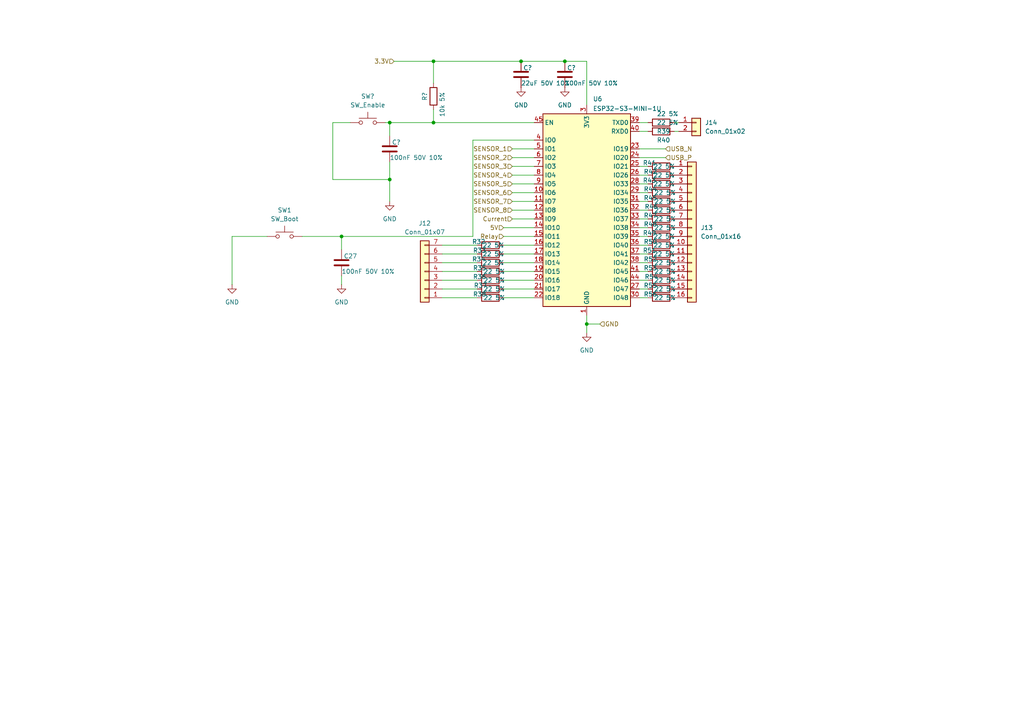
<source format=kicad_sch>
(kicad_sch (version 20231120) (generator "eeschema") (generator_version "8.0")
  (paper "A4")
  (title_block (title "Plant_watering_station") (comment 1 "Author: Jakub Szczudło"))
  (lib_symbols
    (symbol "Connector_Generic:Conn_01x02" (pin_names (offset 1.016) hide)
      (property "Reference" "J" (at 0 2.54 0))
      (property "Value" "Conn_01x02" (at 0 -5.08 0))
      (symbol "Conn_01x02_1_1"
        (rectangle (start -1.27 -2.413) (end 0 -2.667) (stroke (width 0.1524)))
        (rectangle (start -1.27 0.127) (end 0 -0.127) (stroke (width 0.1524)))
        (rectangle (start -1.27 1.27) (end 1.27 -3.81) (stroke (width 0.254)) (fill (type background)))
        (pin passive line (at -5.08 0 0) (length 3.81) (name "Pin_1") (number "1"))
        (pin passive line (at -5.08 -2.54 0) (length 3.81) (name "Pin_2") (number "2"))
      )
    )
    (symbol "Connector_Generic:Conn_01x07" (pin_names (offset 1.016) hide)
      (property "Reference" "J" (at 0 10.16 0))
      (property "Value" "Conn_01x07" (at 0 -10.16 0))
      (symbol "Conn_01x07_1_1"
        (rectangle (start -1.27 -7.493) (end 0 -7.747) (stroke (width 0.1524)))
        (rectangle (start -1.27 -4.953) (end 0 -5.207) (stroke (width 0.1524)))
        (rectangle (start -1.27 -2.413) (end 0 -2.667) (stroke (width 0.1524)))
        (rectangle (start -1.27 0.127) (end 0 -0.127) (stroke (width 0.1524)))
        (rectangle (start -1.27 2.667) (end 0 2.413) (stroke (width 0.1524)))
        (rectangle (start -1.27 5.207) (end 0 4.953) (stroke (width 0.1524)))
        (rectangle (start -1.27 7.747) (end 0 7.493) (stroke (width 0.1524)))
        (rectangle (start -1.27 8.89) (end 1.27 -8.89) (stroke (width 0.254)) (fill (type background)))
        (pin passive line (at -5.08 7.62 0) (length 3.81) (name "Pin_1") (number "1"))
        (pin passive line (at -5.08 5.08 0) (length 3.81) (name "Pin_2") (number "2"))
        (pin passive line (at -5.08 2.54 0) (length 3.81) (name "Pin_3") (number "3"))
        (pin passive line (at -5.08 0 0) (length 3.81) (name "Pin_4") (number "4"))
        (pin passive line (at -5.08 -2.54 0) (length 3.81) (name "Pin_5") (number "5"))
        (pin passive line (at -5.08 -5.08 0) (length 3.81) (name "Pin_6") (number "6"))
        (pin passive line (at -5.08 -7.62 0) (length 3.81) (name "Pin_7") (number "7"))
      )
    )
    (symbol "Connector_Generic:Conn_01x16" (pin_names (offset 1.016) hide)
      (property "Reference" "J" (at 0 20.32 0))
      (property "Value" "Conn_01x16" (at 0 -22.86 0))
      (symbol "Conn_01x16_1_1"
        (rectangle (start -1.27 -20.193) (end 0 -20.447) (stroke (width 0.1524)))
        (rectangle (start -1.27 -17.653) (end 0 -17.907) (stroke (width 0.1524)))
        (rectangle (start -1.27 -15.113) (end 0 -15.367) (stroke (width 0.1524)))
        (rectangle (start -1.27 -12.573) (end 0 -12.827) (stroke (width 0.1524)))
        (rectangle (start -1.27 -10.033) (end 0 -10.287) (stroke (width 0.1524)))
        (rectangle (start -1.27 -7.493) (end 0 -7.747) (stroke (width 0.1524)))
        (rectangle (start -1.27 -4.953) (end 0 -5.207) (stroke (width 0.1524)))
        (rectangle (start -1.27 -2.413) (end 0 -2.667) (stroke (width 0.1524)))
        (rectangle (start -1.27 0.127) (end 0 -0.127) (stroke (width 0.1524)))
        (rectangle (start -1.27 2.667) (end 0 2.413) (stroke (width 0.1524)))
        (rectangle (start -1.27 5.207) (end 0 4.953) (stroke (width 0.1524)))
        (rectangle (start -1.27 7.747) (end 0 7.493) (stroke (width 0.1524)))
        (rectangle (start -1.27 10.287) (end 0 10.033) (stroke (width 0.1524)))
        (rectangle (start -1.27 12.827) (end 0 12.573) (stroke (width 0.1524)))
        (rectangle (start -1.27 15.367) (end 0 15.113) (stroke (width 0.1524)))
        (rectangle (start -1.27 17.907) (end 0 17.653) (stroke (width 0.1524)))
        (rectangle (start -1.27 19.05) (end 1.27 -21.59) (stroke (width 0.254)) (fill (type background)))
        (pin passive line (at -5.08 17.78 0) (length 3.81) (name "Pin_1") (number "1"))
        (pin passive line (at -5.08 -5.08 0) (length 3.81) (name "Pin_10") (number "10"))
        (pin passive line (at -5.08 -7.62 0) (length 3.81) (name "Pin_11") (number "11"))
        (pin passive line (at -5.08 -10.16 0) (length 3.81) (name "Pin_12") (number "12"))
        (pin passive line (at -5.08 -12.7 0) (length 3.81) (name "Pin_13") (number "13"))
        (pin passive line (at -5.08 -15.24 0) (length 3.81) (name "Pin_14") (number "14"))
        (pin passive line (at -5.08 -17.78 0) (length 3.81) (name "Pin_15") (number "15"))
        (pin passive line (at -5.08 -20.32 0) (length 3.81) (name "Pin_16") (number "16"))
        (pin passive line (at -5.08 15.24 0) (length 3.81) (name "Pin_2") (number "2"))
        (pin passive line (at -5.08 12.7 0) (length 3.81) (name "Pin_3") (number "3"))
        (pin passive line (at -5.08 10.16 0) (length 3.81) (name "Pin_4") (number "4"))
        (pin passive line (at -5.08 7.62 0) (length 3.81) (name "Pin_5") (number "5"))
        (pin passive line (at -5.08 5.08 0) (length 3.81) (name "Pin_6") (number "6"))
        (pin passive line (at -5.08 2.54 0) (length 3.81) (name "Pin_7") (number "7"))
        (pin passive line (at -5.08 0 0) (length 3.81) (name "Pin_8") (number "8"))
        (pin passive line (at -5.08 -2.54 0) (length 3.81) (name "Pin_9") (number "9"))
      )
    )
    (symbol "Device:C" (pin_numbers hide) (pin_names (offset 0.254))
      (property "Reference" "C" (at 0.635 2.54 0))
      (property "Value" "C" (at 0.635 -2.54 0))
      (symbol "C_0_1"
        (polyline (pts (xy -2.032 -0.762) (xy 2.032 -0.762)) (stroke (width 0.508)))
        (polyline (pts (xy -2.032 0.762) (xy 2.032 0.762)) (stroke (width 0.508)))
      )
      (symbol "C_1_1"
        (pin passive line (at 0 3.81 270) (length 2.794) (name "~") (number "1"))
        (pin passive line (at 0 -3.81 90) (length 2.794) (name "~") (number "2"))
      )
    )
    (symbol "Device:R" (pin_numbers hide) (pin_names (offset 0))
      (property "Reference" "R" (at 2.032 0 90))
      (property "Value" "R" (at 0 0 90))
      (symbol "R_0_1"
        (rectangle (start -1.016 -2.54) (end 1.016 2.54) (stroke (width 0.254)))
      )
      (symbol "R_1_1"
        (pin passive line (at 0 3.81 270) (length 1.27) (name "~") (number "1"))
        (pin passive line (at 0 -3.81 90) (length 1.27) (name "~") (number "2"))
      )
    )
    (symbol "RF_Module:ESP32-S3-MINI-1U"
      (property "Reference" "U" (at -11.43 29.21 0))
      (property "Value" "ESP32-S3-MINI-1U" (at 12.7 29.21 0))
      (symbol "ESP32-S3-MINI-1U_0_1"
        (rectangle (start -12.7 27.94) (end 12.7 -27.94) (stroke (width 0.254)) (fill (type background)))
      )
      (symbol "ESP32-S3-MINI-1U_1_1"
        (pin power_in line (at 0 -30.48 90) (length 2.54) (name "GND") (number "1"))
        (pin bidirectional line (at -15.24 5.08 0) (length 2.54) (name "IO6") (number "10"))
        (pin bidirectional line (at -15.24 2.54 0) (length 2.54) (name "IO7") (number "11"))
        (pin bidirectional line (at -15.24 0 0) (length 2.54) (name "IO8") (number "12"))
        (pin bidirectional line (at -15.24 -2.54 0) (length 2.54) (name "IO9") (number "13"))
        (pin bidirectional line (at -15.24 -5.08 0) (length 2.54) (name "IO10") (number "14"))
        (pin bidirectional line (at -15.24 -7.62 0) (length 2.54) (name "IO11") (number "15"))
        (pin bidirectional line (at -15.24 -10.16 0) (length 2.54) (name "IO12") (number "16"))
        (pin bidirectional line (at -15.24 -12.7 0) (length 2.54) (name "IO13") (number "17"))
        (pin bidirectional line (at -15.24 -15.24 0) (length 2.54) (name "IO14") (number "18"))
        (pin bidirectional line (at -15.24 -17.78 0) (length 2.54) (name "IO15") (number "19"))
        (pin passive line (at 0 -30.48 90) (length 2.54) hide (name "GND") (number "2"))
        (pin bidirectional line (at -15.24 -20.32 0) (length 2.54) (name "IO16") (number "20"))
        (pin bidirectional line (at -15.24 -22.86 0) (length 2.54) (name "IO17") (number "21"))
        (pin bidirectional line (at -15.24 -25.4 0) (length 2.54) (name "IO18") (number "22"))
        (pin bidirectional line (at 15.24 17.78 180) (length 2.54) (name "IO19") (number "23"))
        (pin bidirectional line (at 15.24 15.24 180) (length 2.54) (name "IO20") (number "24"))
        (pin bidirectional line (at 15.24 12.7 180) (length 2.54) (name "IO21") (number "25"))
        (pin bidirectional line (at 15.24 10.16 180) (length 2.54) (name "IO26") (number "26"))
        (pin bidirectional line (at 15.24 -22.86 180) (length 2.54) (name "IO47") (number "27"))
        (pin bidirectional line (at 15.24 7.62 180) (length 2.54) (name "IO33") (number "28"))
        (pin bidirectional line (at 15.24 5.08 180) (length 2.54) (name "IO34") (number "29"))
        (pin power_in line (at 0 30.48 270) (length 2.54) (name "3V3") (number "3"))
        (pin bidirectional line (at 15.24 -25.4 180) (length 2.54) (name "IO48") (number "30"))
        (pin bidirectional line (at 15.24 2.54 180) (length 2.54) (name "IO35") (number "31"))
        (pin bidirectional line (at 15.24 0 180) (length 2.54) (name "IO36") (number "32"))
        (pin bidirectional line (at 15.24 -2.54 180) (length 2.54) (name "IO37") (number "33"))
        (pin bidirectional line (at 15.24 -5.08 180) (length 2.54) (name "IO38") (number "34"))
        (pin bidirectional line (at 15.24 -7.62 180) (length 2.54) (name "IO39") (number "35"))
        (pin bidirectional line (at 15.24 -10.16 180) (length 2.54) (name "IO40") (number "36"))
        (pin bidirectional line (at 15.24 -12.7 180) (length 2.54) (name "IO41") (number "37"))
        (pin bidirectional line (at 15.24 -15.24 180) (length 2.54) (name "IO42") (number "38"))
        (pin bidirectional line (at 15.24 25.4 180) (length 2.54) (name "TXD0") (number "39"))
        (pin bidirectional line (at -15.24 20.32 0) (length 2.54) (name "IO0") (number "4"))
        (pin bidirectional line (at 15.24 22.86 180) (length 2.54) (name "RXD0") (number "40"))
        (pin bidirectional line (at 15.24 -17.78 180) (length 2.54) (name "IO45") (number "41"))
        (pin passive line (at 0 -30.48 90) (length 2.54) hide (name "GND") (number "42"))
        (pin passive line (at 0 -30.48 90) (length 2.54) hide (name "GND") (number "43"))
        (pin bidirectional line (at 15.24 -20.32 180) (length 2.54) (name "IO46") (number "44"))
        (pin input line (at -15.24 25.4 0) (length 2.54) (name "EN") (number "45"))
        (pin passive line (at 0 -30.48 90) (length 2.54) hide (name "GND") (number "46"))
        (pin passive line (at 0 -30.48 90) (length 2.54) hide (name "GND") (number "47"))
        (pin passive line (at 0 -30.48 90) (length 2.54) hide (name "GND") (number "48"))
        (pin passive line (at 0 -30.48 90) (length 2.54) hide (name "GND") (number "49"))
        (pin bidirectional line (at -15.24 17.78 0) (length 2.54) (name "IO1") (number "5"))
        (pin passive line (at 0 -30.48 90) (length 2.54) hide (name "GND") (number "50"))
        (pin passive line (at 0 -30.48 90) (length 2.54) hide (name "GND") (number "51"))
        (pin passive line (at 0 -30.48 90) (length 2.54) hide (name "GND") (number "52"))
        (pin passive line (at 0 -30.48 90) (length 2.54) hide (name "GND") (number "53"))
        (pin passive line (at 0 -30.48 90) (length 2.54) hide (name "GND") (number "54"))
        (pin passive line (at 0 -30.48 90) (length 2.54) hide (name "GND") (number "55"))
        (pin passive line (at 0 -30.48 90) (length 2.54) hide (name "GND") (number "56"))
        (pin passive line (at 0 -30.48 90) (length 2.54) hide (name "GND") (number "57"))
        (pin passive line (at 0 -30.48 90) (length 2.54) hide (name "GND") (number "58"))
        (pin passive line (at 0 -30.48 90) (length 2.54) hide (name "GND") (number "59"))
        (pin bidirectional line (at -15.24 15.24 0) (length 2.54) (name "IO2") (number "6"))
        (pin passive line (at 0 -30.48 90) (length 2.54) hide (name "GND") (number "60"))
        (pin passive line (at 0 -30.48 90) (length 2.54) hide (name "GND") (number "61"))
        (pin passive line (at 0 -30.48 90) (length 2.54) hide (name "GND") (number "62"))
        (pin passive line (at 0 -30.48 90) (length 2.54) hide (name "GND") (number "63"))
        (pin passive line (at 0 -30.48 90) (length 2.54) hide (name "GND") (number "64"))
        (pin passive line (at 0 -30.48 90) (length 2.54) hide (name "GND") (number "65"))
        (pin bidirectional line (at -15.24 12.7 0) (length 2.54) (name "IO3") (number "7"))
        (pin bidirectional line (at -15.24 10.16 0) (length 2.54) (name "IO4") (number "8"))
        (pin bidirectional line (at -15.24 7.62 0) (length 2.54) (name "IO5") (number "9"))
      )
    )
    (symbol "Switch:SW_Push" (pin_numbers hide) (pin_names (offset 1.016) hide)
      (property "Reference" "SW" (at 1.27 2.54 0))
      (property "Value" "SW_Push" (at 0 -1.524 0))
      (symbol "SW_Push_0_1"
        (circle (center -2.032 0) (radius 0.508))
        (polyline (pts (xy 0 1.27) (xy 0 3.048)))
        (polyline (pts (xy 2.54 1.27) (xy -2.54 1.27)))
        (circle (center 2.032 0) (radius 0.508))
        (pin passive line (at -5.08 0 0) (length 2.54) (name "1") (number "1"))
        (pin passive line (at 5.08 0 180) (length 2.54) (name "2") (number "2"))
      )
    )
    (symbol "power:GND" (power) (pin_numbers hide) (pin_names (offset 0) hide)
      (property "Value" "GND" (at 0 -3.81 0))
      (symbol "GND_0_1"
        (polyline (pts (xy 0 0) (xy 0 -1.27) (xy 1.27 -1.27) (xy 0 -2.54) (xy -1.27 -1.27) (xy 0 -1.27)))
      )
      (symbol "GND_1_1"
        (pin power_in line (at 0 0 270) (length 0) (name "~") (number "1"))
      )
    )
  )
  (junction (at 163.83 17.78))
  (junction (at 125.73 35.56))
  (junction (at 151.13 17.78))
  (junction (at 99.06 68.58))
  (junction (at 113.03 52.07))
  (junction (at 113.03 35.56))
  (junction (at 125.73 17.78))
  (junction (at 170.18 93.98))
  (wire (pts (xy 125.73 17.78) (xy 125.73 24.13)))
  (wire (pts (xy 125.73 17.78) (xy 151.13 17.78)))
  (wire (pts (xy 185.42 68.58) (xy 187.96 68.58)))
  (wire (pts (xy 154.94 35.56) (xy 125.73 35.56)))
  (wire (pts (xy 128.27 81.28) (xy 138.43 81.28)))
  (wire (pts (xy 170.18 96.52) (xy 170.18 93.98)))
  (wire (pts (xy 96.52 35.56) (xy 96.52 52.07)))
  (wire (pts (xy 99.06 68.58) (xy 99.06 72.39)))
  (wire (pts (xy 128.27 83.82) (xy 138.43 83.82)))
  (wire (pts (xy 146.05 76.2) (xy 154.94 76.2)))
  (wire (pts (xy 146.05 73.66) (xy 154.94 73.66)))
  (wire (pts (xy 67.31 68.58) (xy 77.47 68.58)))
  (wire (pts (xy 185.42 38.1) (xy 187.96 38.1)))
  (wire (pts (xy 148.59 48.26) (xy 154.94 48.26)))
  (wire (pts (xy 185.42 60.96) (xy 187.96 60.96)))
  (wire (pts (xy 185.42 73.66) (xy 187.96 73.66)))
  (wire (pts (xy 114.3 17.78) (xy 125.73 17.78)))
  (wire (pts (xy 185.42 48.26) (xy 187.96 48.26)))
  (wire (pts (xy 128.27 76.2) (xy 138.43 76.2)))
  (wire (pts (xy 185.42 43.18) (xy 193.04 43.18)))
  (wire (pts (xy 195.58 38.1) (xy 196.85 38.1)))
  (wire (pts (xy 148.59 50.8) (xy 154.94 50.8)))
  (wire (pts (xy 148.59 58.42) (xy 154.94 58.42)))
  (wire (pts (xy 128.27 73.66) (xy 138.43 73.66)))
  (wire (pts (xy 96.52 52.07) (xy 113.03 52.07)))
  (wire (pts (xy 113.03 35.56) (xy 113.03 39.37)))
  (wire (pts (xy 173.99 93.98) (xy 170.18 93.98)))
  (wire (pts (xy 185.42 58.42) (xy 187.96 58.42)))
  (wire (pts (xy 113.03 35.56) (xy 125.73 35.56)))
  (wire (pts (xy 195.58 35.56) (xy 196.85 35.56)))
  (wire (pts (xy 137.16 68.58) (xy 99.06 68.58)))
  (wire (pts (xy 185.42 53.34) (xy 187.96 53.34)))
  (wire (pts (xy 185.42 78.74) (xy 187.96 78.74)))
  (wire (pts (xy 163.83 17.78) (xy 151.13 17.78)))
  (wire (pts (xy 99.06 80.01) (xy 99.06 82.55)))
  (wire (pts (xy 185.42 86.36) (xy 187.96 86.36)))
  (wire (pts (xy 185.42 76.2) (xy 187.96 76.2)))
  (wire (pts (xy 148.59 63.5) (xy 154.94 63.5)))
  (wire (pts (xy 113.03 52.07) (xy 113.03 58.42)))
  (wire (pts (xy 148.59 53.34) (xy 154.94 53.34)))
  (wire (pts (xy 146.05 78.74) (xy 154.94 78.74)))
  (wire (pts (xy 185.42 83.82) (xy 187.96 83.82)))
  (wire (pts (xy 113.03 46.99) (xy 113.03 52.07)))
  (wire (pts (xy 185.42 71.12) (xy 187.96 71.12)))
  (wire (pts (xy 185.42 45.72) (xy 193.04 45.72)))
  (wire (pts (xy 170.18 93.98) (xy 170.18 91.44)))
  (wire (pts (xy 170.18 30.48) (xy 170.18 17.78)))
  (wire (pts (xy 170.18 17.78) (xy 163.83 17.78)))
  (wire (pts (xy 125.73 31.75) (xy 125.73 35.56)))
  (wire (pts (xy 148.59 43.18) (xy 154.94 43.18)))
  (wire (pts (xy 185.42 66.04) (xy 187.96 66.04)))
  (wire (pts (xy 148.59 45.72) (xy 154.94 45.72)))
  (wire (pts (xy 148.59 60.96) (xy 154.94 60.96)))
  (wire (pts (xy 146.05 68.58) (xy 154.94 68.58)))
  (wire (pts (xy 128.27 78.74) (xy 138.43 78.74)))
  (wire (pts (xy 154.94 40.64) (xy 137.16 40.64)))
  (wire (pts (xy 128.27 71.12) (xy 138.43 71.12)))
  (wire (pts (xy 146.05 83.82) (xy 154.94 83.82)))
  (wire (pts (xy 146.05 86.36) (xy 154.94 86.36)))
  (wire (pts (xy 137.16 40.64) (xy 137.16 68.58)))
  (wire (pts (xy 185.42 63.5) (xy 187.96 63.5)))
  (wire (pts (xy 185.42 35.56) (xy 187.96 35.56)))
  (wire (pts (xy 185.42 55.88) (xy 187.96 55.88)))
  (wire (pts (xy 146.05 66.04) (xy 154.94 66.04)))
  (wire (pts (xy 128.27 86.36) (xy 138.43 86.36)))
  (wire (pts (xy 87.63 68.58) (xy 99.06 68.58)))
  (wire (pts (xy 146.05 71.12) (xy 154.94 71.12)))
  (wire (pts (xy 146.05 81.28) (xy 154.94 81.28)))
  (wire (pts (xy 185.42 81.28) (xy 187.96 81.28)))
  (wire (pts (xy 148.59 55.88) (xy 154.94 55.88)))
  (wire (pts (xy 111.76 35.56) (xy 113.03 35.56)))
  (wire (pts (xy 67.31 68.58) (xy 67.31 82.55)))
  (wire (pts (xy 96.52 35.56) (xy 101.6 35.56)))
  (wire (pts (xy 185.42 50.8) (xy 187.96 50.8)))
  (hierarchical_label "SENSOR_3" (shape input) (at 148.59 48.26 180))
  (hierarchical_label "SENSOR_8" (shape input) (at 148.59 60.96 180))
  (hierarchical_label "Relay" (shape input) (at 146.05 68.58 180))
  (hierarchical_label "USB_P" (shape input) (at 193.04 45.72 0))
  (hierarchical_label "SENSOR_4" (shape input) (at 148.59 50.8 180))
  (hierarchical_label "USB_N" (shape input) (at 193.04 43.18 0))
  (hierarchical_label "SENSOR_5" (shape input) (at 148.59 53.34 180))
  (hierarchical_label "SENSOR_7" (shape input) (at 148.59 58.42 180))
  (hierarchical_label "SENSOR_6" (shape input) (at 148.59 55.88 180))
  (hierarchical_label "SENSOR_2" (shape input) (at 148.59 45.72 180))
  (hierarchical_label "Current" (shape input) (at 148.59 63.5 180))
  (hierarchical_label "5V" (shape input) (at 146.05 66.04 180))
  (hierarchical_label "3.3V" (shape input) (at 114.3 17.78 180))
  (hierarchical_label "GND" (shape input) (at 173.99 93.98 0))
  (hierarchical_label "SENSOR_1" (shape input) (at 148.59 43.18 180))
  (symbol (lib_id "Device:R") (at 142.24 71.12 270) (unit 1)
    (property "Reference" "R32" (at 136.906 70.104 90) (effects (justify left)))
    (property "Value" "22 5%" (at 139.954 71.12 90) (effects (justify left)))
    (property "Footprint" "Resistor_SMD:R_0805_2012Metric" (effects (hide yes)))
    (property "TME" "https://www.tme.com/in/en/details/rc0805fr-0722r/smd-resistors/yageo/rc0805fr-0722rl/" (effects (hide yes)))
  )
  (symbol (lib_id "Device:R") (at 142.24 73.66 270) (unit 1)
    (property "Reference" "R33" (at 137.16 72.644 90) (effects (justify left)))
    (property "Value" "22 5%" (at 139.954 73.66 90) (effects (justify left)))
    (property "Footprint" "Resistor_SMD:R_0805_2012Metric" (effects (hide yes)))
    (property "TME" "https://www.tme.com/in/en/details/rc0805fr-0722r/smd-resistors/yageo/rc0805fr-0722rl/" (effects (hide yes)))
  )
  (symbol (lib_id "Device:R") (at 191.77 53.34 270) (unit 1)
    (property "Reference" "R43" (at 186.436 52.324 90) (effects (justify left)))
    (property "Value" "22 5%" (at 189.484 53.34 90) (effects (justify left)))
    (property "Footprint" "Resistor_SMD:R_0805_2012Metric" (effects (hide yes)))
    (property "TME" "https://www.tme.com/in/en/details/rc0805fr-0722r/smd-resistors/yageo/rc0805fr-0722rl/" (effects (hide yes)))
  )
  (symbol (lib_id "Connector_Generic:Conn_01x16") (at 200.66 66.04 0) (unit 1)
    (property "Reference" "J13" (at 203.2 66.0399 0) (effects (justify left)))
    (property "Value" "Conn_01x16" (at 203.2 68.5799 0) (effects (justify left)))
    (property "Footprint" "Connector_PinHeader_2.54mm:PinHeader_1x16_P2.54mm_Vertical" (effects (hide yes)))
    (property "Description" "Generic connector, single row, 01x16, script generated (kicad-library-utils/schlib/autogen/connector/)" (effects (hide yes)))
  )
  (symbol (lib_id "Device:R") (at 125.73 27.94 180) (unit 1)
    (property "Reference" "R?" (at 123.19 26.67 90) (effects (justify left)))
    (property "Value" "10k 5%" (at 128.27 26.67 90) (effects (justify left)))
    (property "Footprint" "Resistor_SMD:R_0805_2012Metric" (effects (hide yes)))
    (property "TME" "https://www.tme.com/in/en/details/rc0805fr-0710k/smd-resistors/yageo/rc0805fr-0710kl/" (effects (hide yes)))
  )
  (symbol (lib_id "Device:C") (at 163.83 21.59 0) (unit 1)
    (property "Reference" "C?" (at 164.465 19.685 0) (effects (justify left)))
    (property "Value" "100nF 50V 10%" (at 163.83 24.13 0) (effects (justify left)))
    (property "Footprint" "Capacitor_SMD:C_0805_2012Metric" (effects (hide yes)))
    (property "TME link" "https://www.tme.eu/pl/details/0805b104j500ct/kondensatory-mlcc-smd/walsin/" (effects (hide yes)))
  )
  (symbol (lib_id "Connector_Generic:Conn_01x07") (at 123.19 78.74 180) (unit 1)
    (property "Reference" "J12" (at 123.19 64.77 0))
    (property "Value" "Conn_01x07" (at 123.19 67.31 0))
    (property "Footprint" "Connector_PinHeader_2.54mm:PinHeader_1x07_P2.54mm_Vertical" (effects (hide yes)))
    (property "Description" "Generic connector, single row, 01x07, script generated (kicad-library-utils/schlib/autogen/connector/)" (effects (hide yes)))
    (property "TME" "https://www.tme.eu/pl/details/zl201-40g/listwy-i-gniazda-kolkowe/connfly/ds1021-1-40sf11-b/" (effects (hide yes)))
  )
  (symbol (lib_id "Device:C") (at 151.13 21.59 0) (unit 1)
    (property "Reference" "C?" (at 151.765 19.685 0) (effects (justify left)))
    (property "Value" "22uF 50V 10%" (at 151.13 24.13 0) (effects (justify left)))
    (property "Footprint" "Capacitor_SMD:C_0805_2012Metric" (effects (hide yes)))
  )
  (symbol (lib_id "Device:R") (at 191.77 55.88 270) (unit 1)
    (property "Reference" "R44" (at 186.69 54.864 90) (effects (justify left)))
    (property "Value" "22 5%" (at 189.738 55.88 90) (effects (justify left)))
    (property "Footprint" "Resistor_SMD:R_0805_2012Metric" (effects (hide yes)))
    (property "TME" "https://www.tme.com/in/en/details/rc0805fr-0722r/smd-resistors/yageo/rc0805fr-0722rl/" (effects (hide yes)))
  )
  (symbol (lib_id "Switch:SW_Push") (at 106.68 35.56 0) (unit 1)
    (property "Reference" "SW?" (at 106.68 27.94 0))
    (property "Value" "SW_Enable" (at 106.68 30.48 0))
    (property "Footprint" "Button_Switch_SMD:SW_Push_1P1T_NO_6x6mm_H9.5mm" (effects (hide yes)))
    (property "Botland" "https://botland.com.pl/tact-switch/377-tact-switch-6x6mm-43mm-tht-5szt-5904422307622.html" (effects (hide yes)))
  )
  (symbol (lib_id "Device:C") (at 113.03 43.18 0) (unit 1)
    (property "Reference" "C?" (at 113.665 41.275 0) (effects (justify left)))
    (property "Value" "100nF 50V 10%" (at 113.03 45.72 0) (effects (justify left)))
    (property "Footprint" "Capacitor_SMD:C_0805_2012Metric" (effects (hide yes)))
    (property "TME link" "https://www.tme.eu/pl/details/0805b104j500ct/kondensatory-mlcc-smd/walsin/" (effects (hide yes)))
  )
  (symbol (lib_id "power:GND") (at 151.13 25.4 0) (unit 1)
    (property "Reference" "#PWR082" (effects (hide yes)))
    (property "Value" "GND" (at 151.13 30.48 0))
    (property "Description" "Power symbol creates a global label with name \"GND\" , ground" (effects (hide yes)))
  )
  (symbol (lib_id "Device:R") (at 191.77 83.82 270) (unit 1)
    (property "Reference" "R55" (at 186.69 82.804 90) (effects (justify left)))
    (property "Value" "22 5%" (at 189.738 83.82 90) (effects (justify left)))
    (property "Footprint" "Resistor_SMD:R_0805_2012Metric" (effects (hide yes)))
    (property "TME" "https://www.tme.com/in/en/details/rc0805fr-0722r/smd-resistors/yageo/rc0805fr-0722rl/" (effects (hide yes)))
  )
  (symbol (lib_id "power:GND") (at 99.06 82.55 0) (unit 1)
    (property "Reference" "#PWR080" (effects (hide yes)))
    (property "Value" "GND" (at 99.06 87.63 0))
    (property "Description" "Power symbol creates a global label with name \"GND\" , ground" (effects (hide yes)))
  )
  (symbol (lib_id "Device:R") (at 191.77 66.04 270) (unit 1)
    (property "Reference" "R48" (at 186.69 65.024 90) (effects (justify left)))
    (property "Value" "22 5%" (at 189.738 66.04 90) (effects (justify left)))
    (property "Footprint" "Resistor_SMD:R_0805_2012Metric" (effects (hide yes)))
    (property "TME" "https://www.tme.com/in/en/details/rc0805fr-0722r/smd-resistors/yageo/rc0805fr-0722rl/" (effects (hide yes)))
  )
  (symbol (lib_id "Device:R") (at 191.77 58.42 270) (unit 1)
    (property "Reference" "R45" (at 186.69 57.404 90) (effects (justify left)))
    (property "Value" "22 5%" (at 189.738 58.42 90) (effects (justify left)))
    (property "Footprint" "Resistor_SMD:R_0805_2012Metric" (effects (hide yes)))
    (property "TME" "https://www.tme.com/in/en/details/rc0805fr-0722r/smd-resistors/yageo/rc0805fr-0722rl/" (effects (hide yes)))
  )
  (symbol (lib_id "Device:R") (at 142.24 83.82 270) (unit 1)
    (property "Reference" "R37" (at 137.414 82.804 90) (effects (justify left)))
    (property "Value" "22 5%" (at 140.208 83.82 90) (effects (justify left)))
    (property "Footprint" "Resistor_SMD:R_0805_2012Metric" (effects (hide yes)))
    (property "TME" "https://www.tme.com/in/en/details/rc0805fr-0722r/smd-resistors/yageo/rc0805fr-0722rl/" (effects (hide yes)))
  )
  (symbol (lib_id "Device:R") (at 191.77 63.5 270) (unit 1)
    (property "Reference" "R47" (at 186.69 62.484 90) (effects (justify left)))
    (property "Value" "22 5%" (at 189.738 63.5 90) (effects (justify left)))
    (property "Footprint" "Resistor_SMD:R_0805_2012Metric" (effects (hide yes)))
    (property "TME" "https://www.tme.com/in/en/details/rc0805fr-0722r/smd-resistors/yageo/rc0805fr-0722rl/" (effects (hide yes)))
  )
  (symbol (lib_id "Device:R") (at 191.77 81.28 270) (unit 1)
    (property "Reference" "R54" (at 186.944 80.264 90) (effects (justify left)))
    (property "Value" "22 5%" (at 189.738 81.28 90) (effects (justify left)))
    (property "Footprint" "Resistor_SMD:R_0805_2012Metric" (effects (hide yes)))
    (property "TME" "https://www.tme.com/in/en/details/rc0805fr-0722r/smd-resistors/yageo/rc0805fr-0722rl/" (effects (hide yes)))
  )
  (symbol (lib_id "Device:R") (at 191.77 78.74 270) (unit 1)
    (property "Reference" "R53" (at 186.69 77.724 90) (effects (justify left)))
    (property "Value" "22 5%" (at 189.738 78.74 90) (effects (justify left)))
    (property "Footprint" "Resistor_SMD:R_0805_2012Metric" (effects (hide yes)))
    (property "TME" "https://www.tme.com/in/en/details/rc0805fr-0722r/smd-resistors/yageo/rc0805fr-0722rl/" (effects (hide yes)))
  )
  (symbol (lib_id "Device:R") (at 191.77 50.8 270) (unit 1)
    (property "Reference" "R42" (at 186.69 49.784 90) (effects (justify left)))
    (property "Value" "22 5%" (at 189.484 50.8 90) (effects (justify left)))
    (property "Footprint" "Resistor_SMD:R_0805_2012Metric" (effects (hide yes)))
    (property "TME" "https://www.tme.com/in/en/details/rc0805fr-0722r/smd-resistors/yageo/rc0805fr-0722rl/" (effects (hide yes)))
  )
  (symbol (lib_id "power:GND") (at 113.03 58.42 0) (unit 1)
    (property "Reference" "#PWR081" (effects (hide yes)))
    (property "Value" "GND" (at 113.03 63.5 0))
    (property "Description" "Power symbol creates a global label with name \"GND\" , ground" (effects (hide yes)))
  )
  (symbol (lib_id "power:GND") (at 163.83 25.4 0) (unit 1)
    (property "Reference" "#PWR083" (effects (hide yes)))
    (property "Value" "GND" (at 163.83 30.48 0))
    (property "Description" "Power symbol creates a global label with name \"GND\" , ground" (effects (hide yes)))
  )
  (symbol (lib_id "Device:R") (at 191.77 48.26 270) (unit 1)
    (property "Reference" "R41" (at 186.436 47.244 90) (effects (justify left)))
    (property "Value" "22 5%" (at 189.484 48.26 90) (effects (justify left)))
    (property "Footprint" "Resistor_SMD:R_0805_2012Metric" (effects (hide yes)))
    (property "TME" "https://www.tme.com/in/en/details/rc0805fr-0722r/smd-resistors/yageo/rc0805fr-0722rl/" (effects (hide yes)))
  )
  (symbol (lib_id "Device:R") (at 142.24 78.74 270) (unit 1)
    (property "Reference" "R35" (at 137.16 77.724 90) (effects (justify left)))
    (property "Value" "22 5%" (at 140.208 78.74 90) (effects (justify left)))
    (property "Footprint" "Resistor_SMD:R_0805_2012Metric" (effects (hide yes)))
    (property "TME" "https://www.tme.com/in/en/details/rc0805fr-0722r/smd-resistors/yageo/rc0805fr-0722rl/" (effects (hide yes)))
  )
  (symbol (lib_id "Device:R") (at 191.77 71.12 270) (unit 1)
    (property "Reference" "R50" (at 186.69 70.104 90) (effects (justify left)))
    (property "Value" "22 5%" (at 189.484 71.12 90) (effects (justify left)))
    (property "Footprint" "Resistor_SMD:R_0805_2012Metric" (effects (hide yes)))
    (property "TME" "https://www.tme.com/in/en/details/rc0805fr-0722r/smd-resistors/yageo/rc0805fr-0722rl/" (effects (hide yes)))
  )
  (symbol (lib_id "Device:R") (at 142.24 76.2 270) (unit 1)
    (property "Reference" "R34" (at 136.906 75.184 90) (effects (justify left)))
    (property "Value" "22 5%" (at 139.954 76.2 90) (effects (justify left)))
    (property "Footprint" "Resistor_SMD:R_0805_2012Metric" (effects (hide yes)))
    (property "TME" "https://www.tme.com/in/en/details/rc0805fr-0722r/smd-resistors/yageo/rc0805fr-0722rl/" (effects (hide yes)))
  )
  (symbol (lib_id "Device:R") (at 142.24 86.36 270) (unit 1)
    (property "Reference" "R38" (at 137.16 85.344 90) (effects (justify left)))
    (property "Value" "22 5%" (at 140.208 86.36 90) (effects (justify left)))
    (property "Footprint" "Resistor_SMD:R_0805_2012Metric" (effects (hide yes)))
    (property "TME" "https://www.tme.com/in/en/details/rc0805fr-0722r/smd-resistors/yageo/rc0805fr-0722rl/" (effects (hide yes)))
  )
  (symbol (lib_id "Connector_Generic:Conn_01x02") (at 201.93 35.56 0) (unit 1)
    (property "Reference" "J14" (at 204.47 35.5599 0) (effects (justify left)))
    (property "Value" "Conn_01x02" (at 204.47 38.0999 0) (effects (justify left)))
    (property "Footprint" "Connector_PinHeader_2.54mm:PinHeader_1x02_P2.54mm_Vertical" (effects (hide yes)))
    (property "Description" "Generic connector, single row, 01x02, script generated (kicad-library-utils/schlib/autogen/connector/)" (effects (hide yes)))
    (property "TME" "https://www.tme.eu/pl/details/zl201-40g/listwy-i-gniazda-kolkowe/connfly/ds1021-1-40sf11-b/" (effects (hide yes)))
  )
  (symbol (lib_id "Device:R") (at 191.77 38.1 270) (unit 1)
    (property "Reference" "R40" (at 190.5 40.64 90) (effects (justify left)))
    (property "Value" "22 5%" (at 190.5 35.56 90) (effects (justify left)))
    (property "Footprint" "Resistor_SMD:R_0805_2012Metric" (effects (hide yes)))
  )
  (symbol (lib_id "power:GND") (at 67.31 82.55 0) (unit 1)
    (property "Reference" "#PWR079" (effects (hide yes)))
    (property "Value" "GND" (at 67.31 87.63 0))
    (property "Description" "Power symbol creates a global label with name \"GND\" , ground" (effects (hide yes)))
  )
  (symbol (lib_id "Device:R") (at 191.77 68.58 270) (unit 1)
    (property "Reference" "R49" (at 186.436 67.564 90) (effects (justify left)))
    (property "Value" "22 5%" (at 189.484 68.58 90) (effects (justify left)))
    (property "Footprint" "Resistor_SMD:R_0805_2012Metric" (effects (hide yes)))
    (property "TME" "https://www.tme.com/in/en/details/rc0805fr-0722r/smd-resistors/yageo/rc0805fr-0722rl/" (effects (hide yes)))
  )
  (symbol (lib_id "Switch:SW_Push") (at 82.55 68.58 0) (unit 1)
    (property "Reference" "SW1" (at 82.55 60.96 0))
    (property "Value" "SW_Boot" (at 82.55 63.5 0))
    (property "Footprint" "Button_Switch_SMD:SW_Push_1P1T_NO_6x6mm_H9.5mm" (effects (hide yes)))
    (property "Botland" "https://botland.com.pl/tact-switch/377-tact-switch-6x6mm-43mm-tht-5szt-5904422307622.html" (effects (hide yes)))
  )
  (symbol (lib_id "Device:C") (at 99.06 76.2 0) (unit 1)
    (property "Reference" "C27" (at 99.695 74.295 0) (effects (justify left)))
    (property "Value" "100nF 50V 10%" (at 99.06 78.74 0) (effects (justify left)))
    (property "Footprint" "Capacitor_SMD:C_0805_2012Metric" (effects (hide yes)))
    (property "TME link" "https://www.tme.eu/pl/details/0805b104j500ct/kondensatory-mlcc-smd/walsin/" (effects (hide yes)))
  )
  (symbol (lib_id "Device:R") (at 191.77 76.2 270) (unit 1)
    (property "Reference" "R52" (at 186.69 75.184 90) (effects (justify left)))
    (property "Value" "22 5%" (at 189.738 76.2 90) (effects (justify left)))
    (property "Footprint" "Resistor_SMD:R_0805_2012Metric" (effects (hide yes)))
    (property "TME" "https://www.tme.com/in/en/details/rc0805fr-0722r/smd-resistors/yageo/rc0805fr-0722rl/" (effects (hide yes)))
  )
  (symbol (lib_id "Device:R") (at 191.77 86.36 270) (unit 1)
    (property "Reference" "R56" (at 186.69 85.344 90) (effects (justify left)))
    (property "Value" "22 5%" (at 189.738 86.36 90) (effects (justify left)))
    (property "Footprint" "Resistor_SMD:R_0805_2012Metric" (effects (hide yes)))
    (property "TME" "https://www.tme.com/in/en/details/rc0805fr-0722r/smd-resistors/yageo/rc0805fr-0722rl/" (effects (hide yes)))
  )
  (symbol (lib_id "power:GND") (at 170.18 96.52 0) (unit 1)
    (property "Reference" "#PWR084" (effects (hide yes)))
    (property "Value" "GND" (at 170.18 101.6 0))
    (property "Description" "Power symbol creates a global label with name \"GND\" , ground" (effects (hide yes)))
  )
  (symbol (lib_id "Device:R") (at 191.77 35.56 270) (unit 1)
    (property "Reference" "R39" (at 190.5 38.1 90) (effects (justify left)))
    (property "Value" "22 5%" (at 190.5 33.02 90) (effects (justify left)))
    (property "Footprint" "Resistor_SMD:R_0805_2012Metric" (effects (hide yes)))
  )
  (symbol (lib_id "RF_Module:ESP32-S3-MINI-1U") (at 170.18 60.96 0) (unit 1)
    (property "Reference" "U6" (at 171.958 28.702 0) (effects (justify left)))
    (property "Value" "ESP32-S3-MINI-1U" (at 171.958 31.496 0) (effects (justify left)))
    (property "Footprint" "RF_Module:ESP32-S2-MINI-1U" (effects (hide yes)))
    (property "Datasheet" "https://www.espressif.com/sites/default/files/documentation/esp32-s3-mini-1_mini-1u_datasheet_en.pdf" (effects (hide yes)))
    (property "Description" "RF Module, ESP32-S3 SoC, Wi-Fi 802.11b/g/n, Bluetooth, BLE, 32-bit, 3.3V, SMD, external antenna" (effects (hide yes)))
    (property "TME Link" "https://www.tme.eu/pl/details/esp32s3-mini-1u-8/moduly-iot-wifi-bluetooth/espressif/esp32-s3-mini-1u-n8/" (effects (hide yes)))
  )
  (symbol (lib_id "Device:R") (at 191.77 60.96 270) (unit 1)
    (property "Reference" "R46" (at 186.944 59.944 90) (effects (justify left)))
    (property "Value" "22 5%" (at 189.738 60.96 90) (effects (justify left)))
    (property "Footprint" "Resistor_SMD:R_0805_2012Metric" (effects (hide yes)))
    (property "TME" "https://www.tme.com/in/en/details/rc0805fr-0722r/smd-resistors/yageo/rc0805fr-0722rl/" (effects (hide yes)))
  )
  (symbol (lib_id "Device:R") (at 191.77 73.66 270) (unit 1)
    (property "Reference" "R51" (at 186.436 72.644 90) (effects (justify left)))
    (property "Value" "22 5%" (at 189.484 73.66 90) (effects (justify left)))
    (property "Footprint" "Resistor_SMD:R_0805_2012Metric" (effects (hide yes)))
    (property "TME" "https://www.tme.com/in/en/details/rc0805fr-0722r/smd-resistors/yageo/rc0805fr-0722rl/" (effects (hide yes)))
  )
  (symbol (lib_id "Device:R") (at 142.24 81.28 270) (unit 1)
    (property "Reference" "R36" (at 137.16 80.264 90) (effects (justify left)))
    (property "Value" "22 5%" (at 140.208 81.28 90) (effects (justify left)))
    (property "Footprint" "Resistor_SMD:R_0805_2012Metric" (effects (hide yes)))
    (property "TME" "https://www.tme.com/in/en/details/rc0805fr-0722r/smd-resistors/yageo/rc0805fr-0722rl/" (effects (hide yes)))
  )
)
</source>
